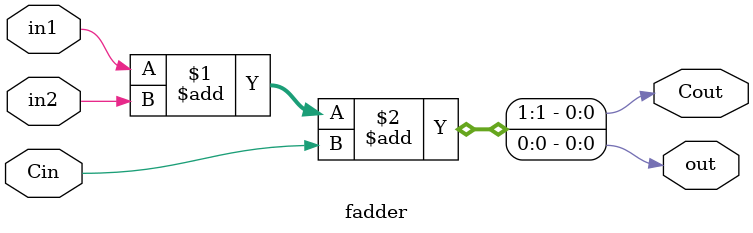
<source format=v>
module fadder(
in1,
in2,
Cin,
Cout,
out
);
input in1, in2;
input Cin;
output Cout;
output out;
assign {Cout, out} = in1+in2+Cin;
endmodule
</source>
